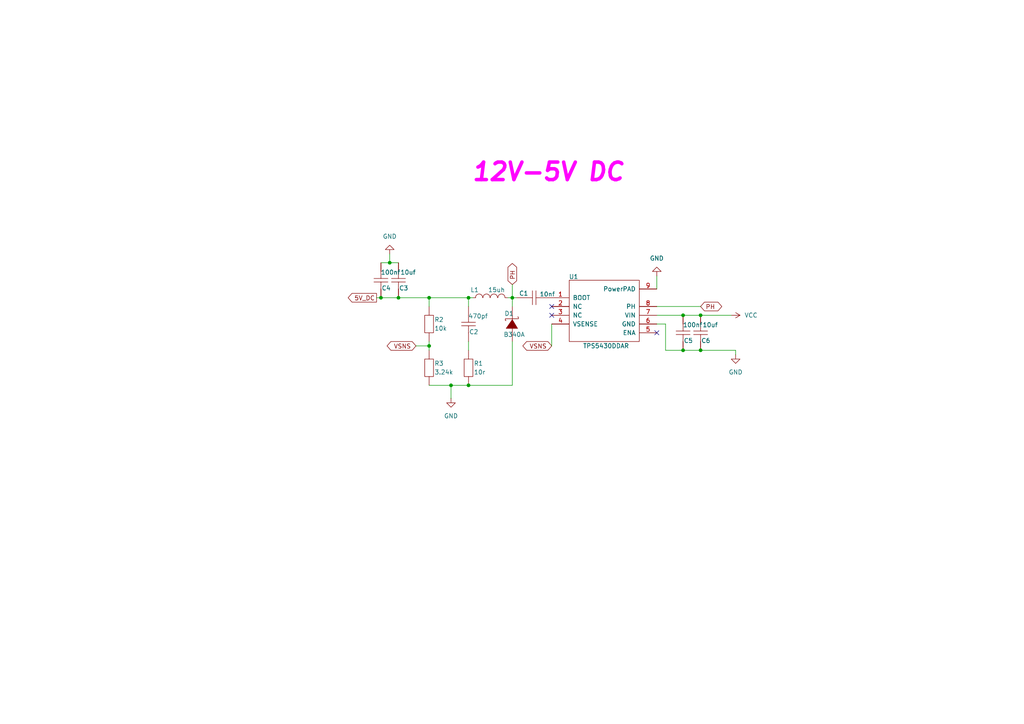
<source format=kicad_sch>
(kicad_sch (version 20231120) (generator "eeschema") (generator_version "8.0")
  (paper "A4")
  (title_block (title "12-5V") (date "2025-01-24") (rev "Dennis_Re_Yoonjiho"))
  (lib_symbols
    (symbol "Ts_Foc_Vo符号库:B340A" (pin_numbers hide) (pin_names (offset 1.016) hide)
      (property "Reference" "D" (at -3.81 1.016 0))
      (property "Value" "B340A" (at 1.778 2.794 0))
      (symbol "B340A_1_1"
        (polyline (pts (xy 1.27 1.524) (xy -1.27 0) (xy 1.27 -1.778) (xy 1.27 1.524)) (stroke (width 0.1524)) (fill (type outline)))
        (polyline (pts (xy -2.032 1.524) (xy -2.032 1.778) (xy -1.524 1.778) (xy -1.524 -2.032) (xy -1.016 -2.032) (xy -1.016 -1.778)) (stroke (width 0.1524)))
        (pin input line (at -5.08 0 0) (length 3.81) (name "K") (number "1"))
        (pin input line (at 5.08 0 180) (length 3.81) (name "A") (number "2"))
      )
    )
    (symbol "Ts_Foc_Vo符号库:CAP" (pin_numbers hide) (pin_names (offset 1.016) hide)
      (property "Reference" "C" (at -2.286 1.524 0))
      (property "Value" "Value" (at 3.81 1.524 0))
      (symbol "CAP_1_1"
        (polyline (pts (xy -0.508 -2.032) (xy -0.508 2.032)) (stroke (width 0.1524)))
        (polyline (pts (xy -0.508 0) (xy -2.54 0)) (stroke (width 0.1524)))
        (polyline (pts (xy 0.508 2.032) (xy 0.508 -2.032)) (stroke (width 0.1524)))
        (polyline (pts (xy 2.54 0) (xy 0.508 0)) (stroke (width 0.1524)))
        (pin input line (at -5.08 0 0) (length 2.54) (name "1") (number "1"))
        (pin input line (at 5.08 0 180) (length 2.54) (name "2") (number "2"))
      )
    )
    (symbol "Ts_Foc_Vo符号库:IND" (pin_numbers hide) (pin_names (offset 1.016) hide)
      (property "Reference" "L" (at -5.08 2.032 0))
      (property "Value" "IND" (at 2.286 2.54 0))
      (symbol "IND_1_1"
        (polyline (pts (xy -4.2926 0) (xy -4.2926 0.2032) (xy -4.2672 0.381) (xy -4.191 0.5588) (xy -4.064 0.7366) (xy -3.937 0.8636) (xy -3.7592 0.9652) (xy -3.5814 1.0414) (xy -3.3782 1.0922) (xy -3.175 1.0922) (xy -2.9972 1.0414) (xy -2.794 0.9652) (xy -2.6416 0.8636) (xy -2.4892 0.7112) (xy -2.3876 0.5588) (xy -2.3114 0.381) (xy -2.286 0.1778) (xy -2.286 0)) (stroke (width 0.1524)))
        (polyline (pts (xy -2.1336 0) (xy -2.1336 0.2032) (xy -2.1082 0.381) (xy -2.032 0.5588) (xy -1.905 0.7366) (xy -1.778 0.8636) (xy -1.6002 0.9652) (xy -1.4224 1.0414) (xy -1.2192 1.0922) (xy -1.0414 1.0922) (xy -0.8382 1.0414) (xy -0.6604 0.9652) (xy -0.4826 0.8636) (xy -0.3556 0.7112) (xy -0.2286 0.5588) (xy -0.1524 0.381) (xy -0.127 0.1778) (xy -0.127 0)) (stroke (width 0.1524)))
        (polyline (pts (xy 0 0) (xy 0 0.2032) (xy 0.0508 0.381) (xy 0.127 0.5588) (xy 0.2286 0.7366) (xy 0.381 0.8636) (xy 0.5334 0.9652) (xy 0.7366 1.0414) (xy 0.9144 1.0922) (xy 1.1176 1.0922) (xy 1.3208 1.0414) (xy 1.4986 0.9652) (xy 1.6764 0.8636) (xy 1.8034 0.7112) (xy 1.905 0.5588) (xy 1.9812 0.381) (xy 2.032 0.1778) (xy 2.032 0)) (stroke (width 0.1524)))
        (polyline (pts (xy 2.1844 0) (xy 2.2098 0.2032) (xy 2.2352 0.381) (xy 2.3114 0.5588) (xy 2.4384 0.7366) (xy 2.5654 0.8636) (xy 2.7432 0.9652) (xy 2.921 1.0414) (xy 3.1242 1.0922) (xy 3.302 1.0922) (xy 3.5052 1.0414) (xy 3.683 0.9652) (xy 3.8608 0.8636) (xy 3.9878 0.7112) (xy 4.1148 0.5588) (xy 4.191 0.381) (xy 4.2164 0.1778) (xy 4.2164 0)) (stroke (width 0.1524)))
        (pin input line (at -5.08 0 0) (length 0.762) (name "1") (number "1"))
        (pin input line (at 5.08 0 180) (length 0.762) (name "2") (number "2"))
      )
    )
    (symbol "Ts_Foc_Vo符号库:RES" (pin_numbers hide) (pin_names (offset 1.016) hide)
      (property "Reference" "R" (at -2.286 2.032 0))
      (property "Value" "Value" (at 2.286 2.032 0))
      (symbol "RES_1_1"
        (rectangle (start -2.54 1.27) (end 2.54 -1.27) (stroke (width 0.1524)))
        (pin input line (at -5.08 0 0) (length 2.54) (name "1") (number "1"))
        (pin input line (at 5.08 0 180) (length 2.54) (name "2") (number "2"))
      )
    )
    (symbol "Ts_Foc_Vo符号库:TPS5430DDAR" (pin_names (offset 1.016))
      (property "Reference" "U" (at -9.398 10.16 0))
      (property "Value" "TPS5430DDAR" (at 0.508 -10.414 0))
      (symbol "TPS5430DDAR_1_1"
        (rectangle (start -10.16 8.89) (end 10.16 -8.89) (stroke (width 0.1524)))
        (pin input line (at -15.24 3.81 0) (length 5.08) (name "BOOT") (number "1"))
        (pin input line (at -15.24 1.27 0) (length 5.08) (name "NC") (number "2"))
        (pin input line (at -15.24 -1.27 0) (length 5.08) (name "NC") (number "3"))
        (pin input line (at -15.24 -3.81 0) (length 5.08) (name "VSENSE") (number "4"))
        (pin input line (at 15.24 -6.35 180) (length 5.08) (name "ENA") (number "5"))
        (pin input line (at 15.24 -3.81 180) (length 5.08) (name "GND") (number "6"))
        (pin input line (at 15.24 -1.27 180) (length 5.08) (name "VIN") (number "7"))
        (pin input line (at 15.24 1.27 180) (length 5.08) (name "PH") (number "8"))
        (pin input line (at 15.24 6.35 180) (length 5.08) (name "PowerPAD") (number "9"))
      )
    )
    (symbol "power:GND" (power) (pin_numbers hide) (pin_names (offset 0) hide)
      (property "Value" "GND" (at 0 -3.81 0))
      (symbol "GND_0_1"
        (polyline (pts (xy 0 0) (xy 0 -1.27) (xy 1.27 -1.27) (xy 0 -2.54) (xy -1.27 -1.27) (xy 0 -1.27)))
      )
      (symbol "GND_1_1"
        (pin power_in line (at 0 0 270) (length 0) (name "~") (number "1"))
      )
    )
    (symbol "power:VCC" (power) (pin_numbers hide) (pin_names (offset 0) hide)
      (property "Value" "VCC" (at 0 3.556 0))
      (symbol "VCC_0_1"
        (polyline (pts (xy -0.762 1.27) (xy 0 2.54)))
        (polyline (pts (xy 0 0) (xy 0 2.54)))
        (polyline (pts (xy 0 2.54) (xy 0.762 1.27)))
      )
      (symbol "VCC_1_1"
        (pin power_in line (at 0 0 90) (length 0) (name "~") (number "1"))
      )
    )
  )
  (junction (at 115.57 86.36))
  (junction (at 135.89 86.36))
  (junction (at 198.12 91.44))
  (junction (at 110.49 86.36))
  (junction (at 130.81 111.76))
  (junction (at 198.12 101.6))
  (junction (at 203.2 91.44))
  (junction (at 113.03 76.2))
  (junction (at 124.46 100.33))
  (junction (at 124.46 86.36))
  (junction (at 203.2 101.6))
  (junction (at 148.59 86.36))
  (junction (at 135.89 111.76))
  (no_connect (at 160.02 91.44))
  (no_connect (at 160.02 88.9))
  (no_connect (at 190.5 96.52))
  (wire (pts (xy 160.02 93.98) (xy 160.02 100.33)))
  (wire (pts (xy 213.36 101.6) (xy 203.2 101.6)))
  (wire (pts (xy 193.04 93.98) (xy 193.04 101.6)))
  (wire (pts (xy 135.89 88.9) (xy 135.89 86.36)))
  (wire (pts (xy 124.46 86.36) (xy 135.89 86.36)))
  (wire (pts (xy 110.49 76.2) (xy 113.03 76.2)))
  (wire (pts (xy 130.81 115.57) (xy 130.81 111.76)))
  (wire (pts (xy 135.89 101.6) (xy 135.89 99.06)))
  (wire (pts (xy 124.46 100.33) (xy 124.46 99.06)))
  (wire (pts (xy 148.59 88.9) (xy 148.59 86.36)))
  (wire (pts (xy 190.5 88.9) (xy 203.2 88.9)))
  (wire (pts (xy 193.04 101.6) (xy 198.12 101.6)))
  (wire (pts (xy 147.32 86.36) (xy 148.59 86.36)))
  (wire (pts (xy 198.12 101.6) (xy 203.2 101.6)))
  (wire (pts (xy 148.59 111.76) (xy 135.89 111.76)))
  (wire (pts (xy 213.36 102.87) (xy 213.36 101.6)))
  (wire (pts (xy 190.5 91.44) (xy 198.12 91.44)))
  (wire (pts (xy 148.59 86.36) (xy 149.86 86.36)))
  (wire (pts (xy 203.2 91.44) (xy 212.09 91.44)))
  (wire (pts (xy 135.89 86.36) (xy 137.16 86.36)))
  (wire (pts (xy 124.46 111.76) (xy 130.81 111.76)))
  (wire (pts (xy 110.49 86.36) (xy 115.57 86.36)))
  (wire (pts (xy 190.5 80.01) (xy 190.5 83.82)))
  (wire (pts (xy 130.81 111.76) (xy 135.89 111.76)))
  (wire (pts (xy 198.12 91.44) (xy 203.2 91.44)))
  (wire (pts (xy 113.03 73.66) (xy 113.03 76.2)))
  (wire (pts (xy 124.46 101.6) (xy 124.46 100.33)))
  (wire (pts (xy 148.59 99.06) (xy 148.59 111.76)))
  (wire (pts (xy 148.59 82.55) (xy 148.59 86.36)))
  (wire (pts (xy 113.03 76.2) (xy 115.57 76.2)))
  (wire (pts (xy 190.5 93.98) (xy 193.04 93.98)))
  (wire (pts (xy 124.46 88.9) (xy 124.46 86.36)))
  (wire (pts (xy 109.22 86.36) (xy 110.49 86.36)))
  (wire (pts (xy 120.65 100.33) (xy 124.46 100.33)))
  (wire (pts (xy 115.57 86.36) (xy 124.46 86.36)))
  (text "12V-5V DC\n" (exclude_from_sim yes) (at 159.004 50.038 0) (effects (font (size 5.08 5.08) (thickness 1.016) (bold yes) (italic yes))))
  (global_label "PH" (shape bidirectional) (at 148.59 82.55 90) (property "Intersheetrefs" "${INTERSHEET_REFS}" (effects (hide yes))))
  (global_label "VSNS" (shape bidirectional) (at 120.65 100.33 180) (property "Intersheetrefs" "${INTERSHEET_REFS}" (effects (hide yes))))
  (global_label "PH" (shape bidirectional) (at 203.2 88.9 0) (property "Intersheetrefs" "${INTERSHEET_REFS}" (effects (hide yes))))
  (global_label "5V_DC" (shape output) (at 109.22 86.36 180) (property "Intersheetrefs" "${INTERSHEET_REFS}" (effects (hide yes))))
  (global_label "VSNS" (shape bidirectional) (at 160.02 100.33 180) (property "Intersheetrefs" "${INTERSHEET_REFS}" (effects (hide yes))))
  (symbol (lib_id "Ts_Foc_Vo符号库:RES") (at 124.46 93.98 90) (unit 1)
    (property "Reference" "R2" (at 125.984 92.71 90) (effects (justify right)))
    (property "Value" "10k" (at 125.984 95.25 90) (effects (justify right)))
    (property "Footprint" "Ts_Foc_Vo封装库:Res_0402" (effects (hide yes)))
    (property "SuppliersPartNumber" "C5200633" (effects (hide yes)))
    (property "uuid" "std:0c78b8f437b74d4badbc2695159e48f2" (effects (hide yes)))
  )
  (symbol (lib_id "power:VCC") (at 212.09 91.44 270) (unit 1)
    (property "Reference" "#PWR02" (effects (hide yes)))
    (property "Value" "VCC" (at 215.9 91.4399 90) (effects (justify left)))
    (property "Description" "Power symbol creates a global label with name \"VCC\"" (effects (hide yes)))
  )
  (symbol (lib_id "power:GND") (at 113.03 73.66 180) (unit 1)
    (property "Reference" "#PWR05" (effects (hide yes)))
    (property "Value" "GND" (at 113.03 68.58 0))
    (property "Description" "Power symbol creates a global label with name \"GND\" , ground" (effects (hide yes)))
  )
  (symbol (lib_id "Ts_Foc_Vo符号库:CAP") (at 203.2 96.52 90) (unit 1)
    (property "Reference" "C6" (at 204.724 98.806 90))
    (property "Value" "10uf" (at 205.994 94.234 90))
    (property "Footprint" "Ts_Foc_Vo封装库:CAP_0402" (effects (hide yes)))
    (property "Datasheet" "http://www.szlcsc.com/product/details_602003.html" (effects (hide yes)))
    (property "SuppliersPartNumber" "C575438" (effects (hide yes)))
    (property "uuid" "std:0b682b3549a44c2f91624e74dc370f45" (effects (hide yes)))
  )
  (symbol (lib_id "power:GND") (at 213.36 102.87 0) (unit 1)
    (property "Reference" "#PWR03" (effects (hide yes)))
    (property "Value" "GND" (at 213.36 107.95 0))
    (property "Description" "Power symbol creates a global label with name \"GND\" , ground" (effects (hide yes)))
  )
  (symbol (lib_id "Ts_Foc_Vo符号库:IND") (at 142.24 86.36 0) (unit 1)
    (property "Reference" "L1" (at 137.668 84.074 0))
    (property "Value" "15uh" (at 144.018 84.074 0))
    (property "Footprint" "Ts_Foc_Vo封装库:IND-SMD" (effects (hide yes)))
    (property "Datasheet" "http://www.szlcsc.com/product/details_188635.html" (effects (hide yes)))
    (property "SuppliersPartNumber" "C177243" (effects (hide yes)))
    (property "uuid" "std:8060a19c00054c83b6ca7c54964c3539" (effects (hide yes)))
  )
  (symbol (lib_id "Ts_Foc_Vo符号库:CAP") (at 135.89 93.98 90) (unit 1)
    (property "Reference" "C2" (at 137.414 96.266 90))
    (property "Value" "470pf" (at 138.684 91.694 90))
    (property "Footprint" "Ts_Foc_Vo封装库:CAP_0402" (effects (hide yes)))
    (property "Datasheet" "http://www.szlcsc.com/product/details_602003.html" (effects (hide yes)))
    (property "SuppliersPartNumber" "C575438" (effects (hide yes)))
    (property "uuid" "std:0b682b3549a44c2f91624e74dc370f45" (effects (hide yes)))
  )
  (symbol (lib_id "power:GND") (at 130.81 115.57 0) (unit 1)
    (property "Reference" "#PWR04" (effects (hide yes)))
    (property "Value" "GND" (at 130.81 120.65 0))
    (property "Description" "Power symbol creates a global label with name \"GND\" , ground" (effects (hide yes)))
  )
  (symbol (lib_id "Ts_Foc_Vo符号库:CAP") (at 154.94 86.36 0) (unit 1)
    (property "Reference" "C1" (at 151.892 85.09 0))
    (property "Value" "10nf" (at 158.75 85.344 0))
    (property "Footprint" "Ts_Foc_Vo封装库:CAP_0402" (effects (hide yes)))
    (property "Datasheet" "http://www.szlcsc.com/product/details_602003.html" (effects (hide yes)))
    (property "SuppliersPartNumber" "C575438" (effects (hide yes)))
    (property "uuid" "std:0b682b3549a44c2f91624e74dc370f45" (effects (hide yes)))
  )
  (symbol (lib_id "Ts_Foc_Vo符号库:CAP") (at 198.12 96.52 90) (unit 1)
    (property "Reference" "C5" (at 199.644 98.806 90))
    (property "Value" "100nf" (at 200.914 94.234 90))
    (property "Footprint" "Ts_Foc_Vo封装库:CAP_0402" (effects (hide yes)))
    (property "Datasheet" "http://www.szlcsc.com/product/details_602003.html" (effects (hide yes)))
    (property "SuppliersPartNumber" "C575438" (effects (hide yes)))
    (property "uuid" "std:0b682b3549a44c2f91624e74dc370f45" (effects (hide yes)))
  )
  (symbol (lib_id "Ts_Foc_Vo符号库:CAP") (at 115.57 81.28 90) (unit 1)
    (property "Reference" "C3" (at 117.094 83.566 90))
    (property "Value" "10uf" (at 118.364 78.994 90))
    (property "Footprint" "Ts_Foc_Vo封装库:CAP_0402" (effects (hide yes)))
    (property "Datasheet" "http://www.szlcsc.com/product/details_602003.html" (effects (hide yes)))
    (property "SuppliersPartNumber" "C575438" (effects (hide yes)))
    (property "uuid" "std:0b682b3549a44c2f91624e74dc370f45" (effects (hide yes)))
  )
  (symbol (lib_id "Ts_Foc_Vo符号库:RES") (at 124.46 106.68 90) (unit 1)
    (property "Reference" "R3" (at 125.984 105.41 90) (effects (justify right)))
    (property "Value" "3.24k" (at 125.984 107.95 90) (effects (justify right)))
    (property "Footprint" "Ts_Foc_Vo封装库:Res_0402" (effects (hide yes)))
    (property "SuppliersPartNumber" "C5200633" (effects (hide yes)))
    (property "uuid" "std:0c78b8f437b74d4badbc2695159e48f2" (effects (hide yes)))
  )
  (symbol (lib_id "power:GND") (at 190.5 80.01 180) (unit 1)
    (property "Reference" "#PWR01" (effects (hide yes)))
    (property "Value" "GND" (at 190.5 74.93 0))
    (property "Description" "Power symbol creates a global label with name \"GND\" , ground" (effects (hide yes)))
  )
  (symbol (lib_id "Ts_Foc_Vo符号库:CAP") (at 110.49 81.28 90) (unit 1)
    (property "Reference" "C4" (at 112.014 83.566 90))
    (property "Value" "100nf" (at 113.284 78.994 90))
    (property "Footprint" "Ts_Foc_Vo封装库:CAP_0402" (effects (hide yes)))
    (property "Datasheet" "http://www.szlcsc.com/product/details_602003.html" (effects (hide yes)))
    (property "SuppliersPartNumber" "C575438" (effects (hide yes)))
    (property "uuid" "std:0b682b3549a44c2f91624e74dc370f45" (effects (hide yes)))
  )
  (symbol (lib_id "Ts_Foc_Vo符号库:TPS5430DDAR") (at 175.26 90.17 0) (unit 1)
    (property "Reference" "U1" (at 166.37 80.264 0))
    (property "Value" "TPS5430DDAR" (at 175.768 100.33 0))
    (property "Footprint" "Ts_Foc_Vo封装库:TPS5430DDAR_ESOP-8" (effects (hide yes)))
    (property "Datasheet" "http://www.szlcsc.com/product/details_10396.html" (effects (hide yes)))
    (property "SuppliersPartNumber" "C9864" (effects (hide yes)))
    (property "uuid" "std:4d7e2d88149a44739d5fcfa6b3cef78e" (effects (hide yes)))
  )
  (symbol (lib_id "Ts_Foc_Vo符号库:RES") (at 135.89 106.68 90) (unit 1)
    (property "Reference" "R1" (at 137.414 105.41 90) (effects (justify right)))
    (property "Value" "10r" (at 137.414 107.95 90) (effects (justify right)))
    (property "Footprint" "Ts_Foc_Vo封装库:Res_0402" (effects (hide yes)))
    (property "SuppliersPartNumber" "C5200633" (effects (hide yes)))
    (property "uuid" "std:0c78b8f437b74d4badbc2695159e48f2" (effects (hide yes)))
  )
  (symbol (lib_id "Ts_Foc_Vo符号库:B340A") (at 148.59 93.98 270) (unit 1)
    (property "Reference" "D1" (at 146.304 90.932 90) (effects (justify left)))
    (property "Value" "B340A" (at 146.05 97.028 90) (effects (justify left)))
    (property "Footprint" "Ts_Foc_Vo封装库:B340A_SMA" (effects (hide yes)))
    (property "Datasheet" "http://www.szlcsc.com/product/details_66052.html" (effects (hide yes)))
    (property "SuppliersPartNumber" "C64982" (effects (hide yes)))
    (property "uuid" "std:6b1fc1f1f28367f75c2b62d76f3fa5b8" (effects (hide yes)))
  )
)
</source>
